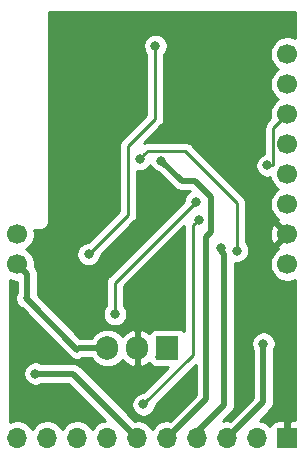
<source format=gbr>
G04 #@! TF.GenerationSoftware,KiCad,Pcbnew,5.1.5+dfsg1-2build2*
G04 #@! TF.CreationDate,2020-10-04T22:15:50+02:00*
G04 #@! TF.ProjectId,transistor_board,7472616e-7369-4737-946f-725f626f6172,rev?*
G04 #@! TF.SameCoordinates,Original*
G04 #@! TF.FileFunction,Copper,L1,Top*
G04 #@! TF.FilePolarity,Positive*
%FSLAX46Y46*%
G04 Gerber Fmt 4.6, Leading zero omitted, Abs format (unit mm)*
G04 Created by KiCad (PCBNEW 5.1.5+dfsg1-2build2) date 2020-10-04 22:15:50*
%MOMM*%
%LPD*%
G04 APERTURE LIST*
%ADD10C,1.700000*%
%ADD11O,1.905000X2.000000*%
%ADD12R,1.905000X2.000000*%
%ADD13O,1.700000X1.700000*%
%ADD14R,1.700000X1.700000*%
%ADD15C,0.800000*%
%ADD16C,0.500000*%
%ADD17C,0.250000*%
%ADD18C,0.254000*%
G04 APERTURE END LIST*
D10*
X114300000Y-119253000D03*
X114300000Y-116713000D03*
X137160000Y-101473000D03*
X137160000Y-104013000D03*
X137160000Y-106553000D03*
X137160000Y-109093000D03*
X137160000Y-111633000D03*
X137160000Y-114173000D03*
X137160000Y-116713000D03*
X137160000Y-119253000D03*
D11*
X121920000Y-126365000D03*
X124460000Y-126365000D03*
D12*
X127000000Y-126365000D03*
D13*
X114300000Y-133985000D03*
X116840000Y-133985000D03*
X119380000Y-133985000D03*
X121920000Y-133985000D03*
X124460000Y-133985000D03*
X127000000Y-133985000D03*
X129540000Y-133985000D03*
X132080000Y-133985000D03*
X134620000Y-133985000D03*
D14*
X137160000Y-133985000D03*
D15*
X122110500Y-103632000D03*
X118110000Y-103568500D03*
X122110500Y-98996500D03*
X118110000Y-98996500D03*
X133858000Y-103632000D03*
X130111500Y-103632000D03*
X133794500Y-99060000D03*
X130111500Y-99060000D03*
X134175500Y-114109500D03*
X121475500Y-113157000D03*
X120269000Y-115824000D03*
X130937000Y-109855000D03*
X135763002Y-121856500D03*
X116586000Y-121602500D03*
X116014500Y-125349000D03*
X133159500Y-131000500D03*
X128206500Y-130619500D03*
X121412000Y-128714500D03*
X135128000Y-125984000D03*
X115824000Y-128524000D03*
X126492000Y-110490000D03*
X131572000Y-117856000D03*
X132905500Y-118110000D03*
X124650500Y-110363004D03*
X135476999Y-110903001D03*
X120332500Y-118427500D03*
X125984000Y-100774500D03*
X129413000Y-113982500D03*
X122555000Y-123507500D03*
X124984001Y-131143501D03*
X129667000Y-115506500D03*
D16*
X137160000Y-117094000D02*
X137160000Y-116713000D01*
D17*
X136779000Y-116713000D02*
X137160000Y-116713000D01*
D16*
X121475500Y-113157000D02*
X121475500Y-114617500D01*
X121475500Y-114617500D02*
X120668999Y-115424001D01*
X120668999Y-115424001D02*
X120269000Y-115824000D01*
X137160000Y-123253498D02*
X136163001Y-122256499D01*
X137160000Y-133985000D02*
X137160000Y-123253498D01*
X136163001Y-122256499D02*
X135763002Y-121856500D01*
X135763002Y-121290815D02*
X135763002Y-121856500D01*
X135509000Y-121036813D02*
X135763002Y-121290815D01*
X135509000Y-118364000D02*
X135509000Y-121036813D01*
X137160000Y-116713000D02*
X135509000Y-118364000D01*
D17*
X135128000Y-125984000D02*
X135128000Y-125984000D01*
D16*
X135128000Y-130937000D02*
X132080000Y-133985000D01*
X135128000Y-125984000D02*
X135128000Y-130937000D01*
X118999000Y-128524000D02*
X115824000Y-128524000D01*
X124460000Y-133985000D02*
X118999000Y-128524000D01*
X119507000Y-126365000D02*
X121920000Y-126365000D01*
D17*
X115149999Y-122149501D02*
X115125500Y-122174000D01*
D16*
X115149999Y-120102999D02*
X115149999Y-122149501D01*
X114300000Y-119253000D02*
X115149999Y-120102999D01*
X115125500Y-122174000D02*
X119327000Y-126492000D01*
X115000000Y-122165000D02*
X115125500Y-122174000D01*
X127000000Y-126365000D02*
X126238000Y-127127000D01*
X114300000Y-133985000D02*
X113850000Y-133535000D01*
D17*
X126492000Y-110490000D02*
X126492000Y-110490000D01*
X126492000Y-110490000D02*
X126492000Y-110490000D01*
D16*
X130302000Y-116967000D02*
X130302000Y-130683000D01*
X130721999Y-116547001D02*
X130302000Y-116967000D01*
X130302000Y-130683000D02*
X127000000Y-133985000D01*
X130721999Y-113562501D02*
X130721999Y-116547001D01*
X129363998Y-112204500D02*
X130721999Y-113562501D01*
X128206500Y-112204500D02*
X129363998Y-112204500D01*
X126492000Y-110490000D02*
X128206500Y-112204500D01*
D17*
X131572000Y-118110000D02*
X131572000Y-117856000D01*
X131572000Y-117856000D02*
X131572000Y-117856000D01*
D16*
X129540000Y-133477000D02*
X129540000Y-133985000D01*
X131826000Y-131191000D02*
X129540000Y-133477000D01*
X131826000Y-118364000D02*
X131826000Y-131191000D01*
X131572000Y-118110000D02*
X131826000Y-118364000D01*
D17*
X132905500Y-118110000D02*
X132905500Y-118110000D01*
X125050499Y-109963005D02*
X124650500Y-110363004D01*
X132905500Y-118110000D02*
X132905500Y-114057478D01*
X125341494Y-109672010D02*
X125050499Y-109963005D01*
X132905500Y-114057478D02*
X128520032Y-109672010D01*
X128520032Y-109672010D02*
X125341494Y-109672010D01*
X136310001Y-107402999D02*
X137160000Y-106553000D01*
X135984999Y-107728001D02*
X136310001Y-107402999D01*
X135984999Y-110903001D02*
X135476999Y-110903001D01*
X135984999Y-110903001D02*
X135984999Y-107728001D01*
X135476999Y-110903001D02*
X135476999Y-110903001D01*
X120332500Y-118427500D02*
X120332500Y-118427500D01*
X125984000Y-106934000D02*
X125984000Y-100774500D01*
X123698000Y-109220000D02*
X125984000Y-106934000D01*
X123698000Y-115062000D02*
X123698000Y-109220000D01*
X120332500Y-118427500D02*
X123698000Y-115062000D01*
X122555000Y-120840500D02*
X122555000Y-123507500D01*
X129413000Y-113982500D02*
X122555000Y-120840500D01*
X129203501Y-115969999D02*
X129267001Y-115906499D01*
X129203501Y-126924001D02*
X129203501Y-115969999D01*
X124984001Y-131143501D02*
X129203501Y-126924001D01*
X129267001Y-115906499D02*
X129667000Y-115506500D01*
D18*
G36*
X137770000Y-100118318D02*
G01*
X137593158Y-100045068D01*
X137306260Y-99988000D01*
X137013740Y-99988000D01*
X136726842Y-100045068D01*
X136456589Y-100157010D01*
X136213368Y-100319525D01*
X136006525Y-100526368D01*
X135844010Y-100769589D01*
X135732068Y-101039842D01*
X135675000Y-101326740D01*
X135675000Y-101619260D01*
X135732068Y-101906158D01*
X135844010Y-102176411D01*
X136006525Y-102419632D01*
X136213368Y-102626475D01*
X136387760Y-102743000D01*
X136213368Y-102859525D01*
X136006525Y-103066368D01*
X135844010Y-103309589D01*
X135732068Y-103579842D01*
X135675000Y-103866740D01*
X135675000Y-104159260D01*
X135732068Y-104446158D01*
X135844010Y-104716411D01*
X136006525Y-104959632D01*
X136213368Y-105166475D01*
X136387760Y-105283000D01*
X136213368Y-105399525D01*
X136006525Y-105606368D01*
X135844010Y-105849589D01*
X135732068Y-106119842D01*
X135675000Y-106406740D01*
X135675000Y-106699260D01*
X135718791Y-106919408D01*
X135473997Y-107164202D01*
X135444999Y-107188000D01*
X135421201Y-107216998D01*
X135421200Y-107216999D01*
X135350025Y-107303725D01*
X135279453Y-107435755D01*
X135235997Y-107579016D01*
X135221323Y-107728001D01*
X135225000Y-107765333D01*
X135224999Y-109897850D01*
X135175101Y-109907775D01*
X134986743Y-109985796D01*
X134817225Y-110099064D01*
X134673062Y-110243227D01*
X134559794Y-110412745D01*
X134481773Y-110601103D01*
X134441999Y-110801062D01*
X134441999Y-111004940D01*
X134481773Y-111204899D01*
X134559794Y-111393257D01*
X134673062Y-111562775D01*
X134817225Y-111706938D01*
X134986743Y-111820206D01*
X135175101Y-111898227D01*
X135375060Y-111938001D01*
X135578938Y-111938001D01*
X135701718Y-111913579D01*
X135732068Y-112066158D01*
X135844010Y-112336411D01*
X136006525Y-112579632D01*
X136213368Y-112786475D01*
X136387760Y-112903000D01*
X136213368Y-113019525D01*
X136006525Y-113226368D01*
X135844010Y-113469589D01*
X135732068Y-113739842D01*
X135675000Y-114026740D01*
X135675000Y-114319260D01*
X135732068Y-114606158D01*
X135844010Y-114876411D01*
X136006525Y-115119632D01*
X136213368Y-115326475D01*
X136386729Y-115442311D01*
X136311208Y-115684603D01*
X137160000Y-116533395D01*
X137174143Y-116519253D01*
X137353748Y-116698858D01*
X137339605Y-116713000D01*
X137353748Y-116727143D01*
X137174143Y-116906748D01*
X137160000Y-116892605D01*
X136311208Y-117741397D01*
X136386729Y-117983689D01*
X136213368Y-118099525D01*
X136006525Y-118306368D01*
X135844010Y-118549589D01*
X135732068Y-118819842D01*
X135675000Y-119106740D01*
X135675000Y-119399260D01*
X135732068Y-119686158D01*
X135844010Y-119956411D01*
X136006525Y-120199632D01*
X136213368Y-120406475D01*
X136456589Y-120568990D01*
X136726842Y-120680932D01*
X137013740Y-120738000D01*
X137306260Y-120738000D01*
X137593158Y-120680932D01*
X137770001Y-120607682D01*
X137770001Y-132498235D01*
X137445750Y-132500000D01*
X137287000Y-132658750D01*
X137287000Y-133858000D01*
X137307000Y-133858000D01*
X137307000Y-134112000D01*
X137287000Y-134112000D01*
X137287000Y-134132000D01*
X137033000Y-134132000D01*
X137033000Y-134112000D01*
X137013000Y-134112000D01*
X137013000Y-133858000D01*
X137033000Y-133858000D01*
X137033000Y-132658750D01*
X136874250Y-132500000D01*
X136310000Y-132496928D01*
X136185518Y-132509188D01*
X136065820Y-132545498D01*
X135955506Y-132604463D01*
X135858815Y-132683815D01*
X135779463Y-132780506D01*
X135720498Y-132890820D01*
X135698487Y-132963380D01*
X135566632Y-132831525D01*
X135323411Y-132669010D01*
X135053158Y-132557068D01*
X134808230Y-132508348D01*
X135723049Y-131593530D01*
X135756817Y-131565817D01*
X135785134Y-131531314D01*
X135855642Y-131445399D01*
X135867411Y-131431059D01*
X135949589Y-131277313D01*
X136000195Y-131110490D01*
X136013000Y-130980477D01*
X136013000Y-130980469D01*
X136017281Y-130937000D01*
X136013000Y-130893531D01*
X136013000Y-126522454D01*
X136045205Y-126474256D01*
X136123226Y-126285898D01*
X136163000Y-126085939D01*
X136163000Y-125882061D01*
X136123226Y-125682102D01*
X136045205Y-125493744D01*
X135931937Y-125324226D01*
X135787774Y-125180063D01*
X135618256Y-125066795D01*
X135429898Y-124988774D01*
X135229939Y-124949000D01*
X135026061Y-124949000D01*
X134826102Y-124988774D01*
X134637744Y-125066795D01*
X134468226Y-125180063D01*
X134324063Y-125324226D01*
X134210795Y-125493744D01*
X134132774Y-125682102D01*
X134093000Y-125882061D01*
X134093000Y-126085939D01*
X134132774Y-126285898D01*
X134210795Y-126474256D01*
X134243000Y-126522454D01*
X134243001Y-130570420D01*
X132298961Y-132514461D01*
X132226260Y-132500000D01*
X131933740Y-132500000D01*
X131727568Y-132541010D01*
X132421049Y-131847530D01*
X132454817Y-131819817D01*
X132565411Y-131685059D01*
X132647589Y-131531313D01*
X132698195Y-131364490D01*
X132711000Y-131234477D01*
X132711000Y-131234467D01*
X132715281Y-131191001D01*
X132711000Y-131147535D01*
X132711000Y-119126589D01*
X132803561Y-119145000D01*
X133007439Y-119145000D01*
X133207398Y-119105226D01*
X133395756Y-119027205D01*
X133565274Y-118913937D01*
X133709437Y-118769774D01*
X133822705Y-118600256D01*
X133900726Y-118411898D01*
X133940500Y-118211939D01*
X133940500Y-118008061D01*
X133900726Y-117808102D01*
X133822705Y-117619744D01*
X133709437Y-117450226D01*
X133665500Y-117406289D01*
X133665500Y-116781531D01*
X135669389Y-116781531D01*
X135711401Y-117071019D01*
X135809081Y-117346747D01*
X135882528Y-117484157D01*
X136131603Y-117561792D01*
X136980395Y-116713000D01*
X136131603Y-115864208D01*
X135882528Y-115941843D01*
X135756629Y-116205883D01*
X135684661Y-116489411D01*
X135669389Y-116781531D01*
X133665500Y-116781531D01*
X133665500Y-114094800D01*
X133669176Y-114057477D01*
X133665500Y-114020154D01*
X133665500Y-114020145D01*
X133654503Y-113908492D01*
X133611046Y-113765231D01*
X133540474Y-113633202D01*
X133445501Y-113517477D01*
X133416503Y-113493679D01*
X129083836Y-109161013D01*
X129060033Y-109132009D01*
X128944308Y-109037036D01*
X128812279Y-108966464D01*
X128669018Y-108923007D01*
X128557365Y-108912010D01*
X128557354Y-108912010D01*
X128520032Y-108908334D01*
X128482710Y-108912010D01*
X125378816Y-108912010D01*
X125341493Y-108908334D01*
X125304170Y-108912010D01*
X125304161Y-108912010D01*
X125192508Y-108923007D01*
X125049247Y-108966464D01*
X125000030Y-108992772D01*
X126495004Y-107497798D01*
X126524001Y-107474001D01*
X126618974Y-107358276D01*
X126689546Y-107226247D01*
X126733003Y-107082986D01*
X126744000Y-106971333D01*
X126744000Y-106971324D01*
X126747676Y-106934001D01*
X126744000Y-106896678D01*
X126744000Y-101478211D01*
X126787937Y-101434274D01*
X126901205Y-101264756D01*
X126979226Y-101076398D01*
X127019000Y-100876439D01*
X127019000Y-100672561D01*
X126979226Y-100472602D01*
X126901205Y-100284244D01*
X126787937Y-100114726D01*
X126643774Y-99970563D01*
X126474256Y-99857295D01*
X126285898Y-99779274D01*
X126085939Y-99739500D01*
X125882061Y-99739500D01*
X125682102Y-99779274D01*
X125493744Y-99857295D01*
X125324226Y-99970563D01*
X125180063Y-100114726D01*
X125066795Y-100284244D01*
X124988774Y-100472602D01*
X124949000Y-100672561D01*
X124949000Y-100876439D01*
X124988774Y-101076398D01*
X125066795Y-101264756D01*
X125180063Y-101434274D01*
X125224001Y-101478212D01*
X125224000Y-106619198D01*
X123186998Y-108656201D01*
X123158000Y-108679999D01*
X123134202Y-108708997D01*
X123134201Y-108708998D01*
X123063026Y-108795724D01*
X122992454Y-108927754D01*
X122986695Y-108946740D01*
X122948998Y-109071014D01*
X122938001Y-109182667D01*
X122934324Y-109220000D01*
X122938001Y-109257332D01*
X122938000Y-114747198D01*
X120292699Y-117392500D01*
X120230561Y-117392500D01*
X120030602Y-117432274D01*
X119842244Y-117510295D01*
X119672726Y-117623563D01*
X119528563Y-117767726D01*
X119415295Y-117937244D01*
X119337274Y-118125602D01*
X119297500Y-118325561D01*
X119297500Y-118529439D01*
X119337274Y-118729398D01*
X119415295Y-118917756D01*
X119528563Y-119087274D01*
X119672726Y-119231437D01*
X119842244Y-119344705D01*
X120030602Y-119422726D01*
X120230561Y-119462500D01*
X120434439Y-119462500D01*
X120634398Y-119422726D01*
X120822756Y-119344705D01*
X120992274Y-119231437D01*
X121136437Y-119087274D01*
X121249705Y-118917756D01*
X121327726Y-118729398D01*
X121367500Y-118529439D01*
X121367500Y-118467301D01*
X124209004Y-115625798D01*
X124238001Y-115602001D01*
X124332974Y-115486276D01*
X124403546Y-115354247D01*
X124447003Y-115210986D01*
X124458000Y-115099333D01*
X124458000Y-115099325D01*
X124461676Y-115062000D01*
X124458000Y-115024675D01*
X124458000Y-111379990D01*
X124548561Y-111398004D01*
X124752439Y-111398004D01*
X124952398Y-111358230D01*
X125140756Y-111280209D01*
X125310274Y-111166941D01*
X125454437Y-111022778D01*
X125539609Y-110895309D01*
X125574795Y-110980256D01*
X125688063Y-111149774D01*
X125832226Y-111293937D01*
X126001744Y-111407205D01*
X126190102Y-111485226D01*
X126246957Y-111496535D01*
X127549970Y-112799549D01*
X127577683Y-112833317D01*
X127611451Y-112861030D01*
X127611453Y-112861032D01*
X127682952Y-112919710D01*
X127712441Y-112943911D01*
X127866187Y-113026089D01*
X128033010Y-113076695D01*
X128163023Y-113089500D01*
X128163033Y-113089500D01*
X128206499Y-113093781D01*
X128249965Y-113089500D01*
X128886519Y-113089500D01*
X128753226Y-113178563D01*
X128609063Y-113322726D01*
X128495795Y-113492244D01*
X128417774Y-113680602D01*
X128378000Y-113880561D01*
X128378000Y-113942698D01*
X122044003Y-120276696D01*
X122014999Y-120300499D01*
X121959871Y-120367674D01*
X121920026Y-120416224D01*
X121905547Y-120443312D01*
X121849454Y-120548254D01*
X121805997Y-120691515D01*
X121795000Y-120803168D01*
X121795000Y-120803178D01*
X121791324Y-120840500D01*
X121795000Y-120877823D01*
X121795001Y-122803788D01*
X121751063Y-122847726D01*
X121637795Y-123017244D01*
X121559774Y-123205602D01*
X121520000Y-123405561D01*
X121520000Y-123609439D01*
X121559774Y-123809398D01*
X121637795Y-123997756D01*
X121751063Y-124167274D01*
X121895226Y-124311437D01*
X122064744Y-124424705D01*
X122253102Y-124502726D01*
X122453061Y-124542500D01*
X122656939Y-124542500D01*
X122856898Y-124502726D01*
X123045256Y-124424705D01*
X123214774Y-124311437D01*
X123358937Y-124167274D01*
X123472205Y-123997756D01*
X123550226Y-123809398D01*
X123590000Y-123609439D01*
X123590000Y-123405561D01*
X123550226Y-123205602D01*
X123472205Y-123017244D01*
X123358937Y-122847726D01*
X123315000Y-122803789D01*
X123315000Y-121155301D01*
X128443502Y-116026800D01*
X128443501Y-124962331D01*
X128403685Y-124913815D01*
X128306994Y-124834463D01*
X128196680Y-124775498D01*
X128076982Y-124739188D01*
X127952500Y-124726928D01*
X126047500Y-124726928D01*
X125923018Y-124739188D01*
X125803320Y-124775498D01*
X125693006Y-124834463D01*
X125596315Y-124913815D01*
X125516963Y-125010506D01*
X125467941Y-125102219D01*
X125326923Y-124989031D01*
X125051094Y-124845429D01*
X124832980Y-124774437D01*
X124587000Y-124894406D01*
X124587000Y-126238000D01*
X124607000Y-126238000D01*
X124607000Y-126492000D01*
X124587000Y-126492000D01*
X124587000Y-127835594D01*
X124832980Y-127955563D01*
X125051094Y-127884571D01*
X125326923Y-127740969D01*
X125467941Y-127627781D01*
X125516963Y-127719494D01*
X125596315Y-127816185D01*
X125693006Y-127895537D01*
X125803320Y-127954502D01*
X125923018Y-127990812D01*
X126047500Y-128003072D01*
X126103877Y-128003072D01*
X126238000Y-128016281D01*
X126372123Y-128003072D01*
X127049628Y-128003072D01*
X124944200Y-130108501D01*
X124882062Y-130108501D01*
X124682103Y-130148275D01*
X124493745Y-130226296D01*
X124324227Y-130339564D01*
X124180064Y-130483727D01*
X124066796Y-130653245D01*
X123988775Y-130841603D01*
X123949001Y-131041562D01*
X123949001Y-131245440D01*
X123988775Y-131445399D01*
X124066796Y-131633757D01*
X124180064Y-131803275D01*
X124324227Y-131947438D01*
X124493745Y-132060706D01*
X124682103Y-132138727D01*
X124882062Y-132178501D01*
X125085940Y-132178501D01*
X125285899Y-132138727D01*
X125474257Y-132060706D01*
X125643775Y-131947438D01*
X125787938Y-131803275D01*
X125901206Y-131633757D01*
X125979227Y-131445399D01*
X126019001Y-131245440D01*
X126019001Y-131183302D01*
X129417001Y-127785303D01*
X129417001Y-130316420D01*
X127218961Y-132514461D01*
X127146260Y-132500000D01*
X126853740Y-132500000D01*
X126566842Y-132557068D01*
X126296589Y-132669010D01*
X126053368Y-132831525D01*
X125846525Y-133038368D01*
X125730000Y-133212760D01*
X125613475Y-133038368D01*
X125406632Y-132831525D01*
X125163411Y-132669010D01*
X124893158Y-132557068D01*
X124606260Y-132500000D01*
X124313740Y-132500000D01*
X124241040Y-132514461D01*
X119655534Y-127928956D01*
X119627817Y-127895183D01*
X119493059Y-127784589D01*
X119339313Y-127702411D01*
X119172490Y-127651805D01*
X119042477Y-127639000D01*
X119042469Y-127639000D01*
X118999000Y-127634719D01*
X118955531Y-127639000D01*
X116362454Y-127639000D01*
X116314256Y-127606795D01*
X116125898Y-127528774D01*
X115925939Y-127489000D01*
X115722061Y-127489000D01*
X115522102Y-127528774D01*
X115333744Y-127606795D01*
X115164226Y-127720063D01*
X115020063Y-127864226D01*
X114906795Y-128033744D01*
X114828774Y-128222102D01*
X114789000Y-128422061D01*
X114789000Y-128625939D01*
X114828774Y-128825898D01*
X114906795Y-129014256D01*
X115020063Y-129183774D01*
X115164226Y-129327937D01*
X115333744Y-129441205D01*
X115522102Y-129519226D01*
X115722061Y-129559000D01*
X115925939Y-129559000D01*
X116125898Y-129519226D01*
X116314256Y-129441205D01*
X116362454Y-129409000D01*
X118632422Y-129409000D01*
X121731770Y-132508348D01*
X121486842Y-132557068D01*
X121216589Y-132669010D01*
X120973368Y-132831525D01*
X120766525Y-133038368D01*
X120650000Y-133212760D01*
X120533475Y-133038368D01*
X120326632Y-132831525D01*
X120083411Y-132669010D01*
X119813158Y-132557068D01*
X119526260Y-132500000D01*
X119233740Y-132500000D01*
X118946842Y-132557068D01*
X118676589Y-132669010D01*
X118433368Y-132831525D01*
X118226525Y-133038368D01*
X118110000Y-133212760D01*
X117993475Y-133038368D01*
X117786632Y-132831525D01*
X117543411Y-132669010D01*
X117273158Y-132557068D01*
X116986260Y-132500000D01*
X116693740Y-132500000D01*
X116406842Y-132557068D01*
X116136589Y-132669010D01*
X115893368Y-132831525D01*
X115686525Y-133038368D01*
X115570000Y-133212760D01*
X115453475Y-133038368D01*
X115246632Y-132831525D01*
X115003411Y-132669010D01*
X114733158Y-132557068D01*
X114446260Y-132500000D01*
X114153740Y-132500000D01*
X113866842Y-132557068D01*
X113690000Y-132630318D01*
X113690000Y-120607682D01*
X113866842Y-120680932D01*
X114153740Y-120738000D01*
X114264999Y-120738000D01*
X114265000Y-121671386D01*
X114204858Y-121766791D01*
X114142449Y-121929567D01*
X114112996Y-122101391D01*
X114117630Y-122275657D01*
X114156174Y-122445673D01*
X114227144Y-122604903D01*
X114327815Y-122747227D01*
X114454317Y-122867177D01*
X114601791Y-122960142D01*
X114687653Y-122993062D01*
X118723031Y-127140334D01*
X118822876Y-127224586D01*
X118975484Y-127308858D01*
X119141600Y-127361740D01*
X119314840Y-127381198D01*
X119488547Y-127366485D01*
X119656047Y-127318164D01*
X119787879Y-127250000D01*
X120567606Y-127250000D01*
X120593655Y-127298734D01*
X120792037Y-127540463D01*
X121033765Y-127738845D01*
X121309551Y-127886255D01*
X121608796Y-127977030D01*
X121920000Y-128007681D01*
X122231203Y-127977030D01*
X122530448Y-127886255D01*
X122806234Y-127738845D01*
X123047963Y-127540463D01*
X123195163Y-127361101D01*
X123350563Y-127546315D01*
X123593077Y-127740969D01*
X123868906Y-127884571D01*
X124087020Y-127955563D01*
X124333000Y-127835594D01*
X124333000Y-126492000D01*
X124313000Y-126492000D01*
X124313000Y-126238000D01*
X124333000Y-126238000D01*
X124333000Y-124894406D01*
X124087020Y-124774437D01*
X123868906Y-124845429D01*
X123593077Y-124989031D01*
X123350563Y-125183685D01*
X123195162Y-125368900D01*
X123047963Y-125189537D01*
X122806235Y-124991155D01*
X122530449Y-124843745D01*
X122231204Y-124752970D01*
X121920000Y-124722319D01*
X121608797Y-124752970D01*
X121309552Y-124843745D01*
X121033766Y-124991155D01*
X120792037Y-125189537D01*
X120593655Y-125431265D01*
X120567606Y-125480000D01*
X119577114Y-125480000D01*
X116034999Y-121839670D01*
X116034999Y-120146464D01*
X116039280Y-120102998D01*
X116034999Y-120059532D01*
X116034999Y-120059522D01*
X116022194Y-119929509D01*
X115971588Y-119762686D01*
X115889410Y-119608940D01*
X115778816Y-119474182D01*
X115771321Y-119468031D01*
X115785000Y-119399260D01*
X115785000Y-119106740D01*
X115727932Y-118819842D01*
X115615990Y-118549589D01*
X115453475Y-118306368D01*
X115246632Y-118099525D01*
X115072240Y-117983000D01*
X115246632Y-117866475D01*
X115453475Y-117659632D01*
X115615990Y-117416411D01*
X115727932Y-117146158D01*
X115785000Y-116859260D01*
X115785000Y-116566740D01*
X115743877Y-116360000D01*
X116267581Y-116360000D01*
X116300000Y-116363193D01*
X116332419Y-116360000D01*
X116429383Y-116350450D01*
X116553793Y-116312710D01*
X116668450Y-116251425D01*
X116768948Y-116168948D01*
X116851425Y-116068450D01*
X116912710Y-115953793D01*
X116950450Y-115829383D01*
X116963193Y-115700000D01*
X116960000Y-115667581D01*
X116960000Y-97942000D01*
X137770000Y-97942000D01*
X137770000Y-100118318D01*
G37*
X137770000Y-100118318D02*
X137593158Y-100045068D01*
X137306260Y-99988000D01*
X137013740Y-99988000D01*
X136726842Y-100045068D01*
X136456589Y-100157010D01*
X136213368Y-100319525D01*
X136006525Y-100526368D01*
X135844010Y-100769589D01*
X135732068Y-101039842D01*
X135675000Y-101326740D01*
X135675000Y-101619260D01*
X135732068Y-101906158D01*
X135844010Y-102176411D01*
X136006525Y-102419632D01*
X136213368Y-102626475D01*
X136387760Y-102743000D01*
X136213368Y-102859525D01*
X136006525Y-103066368D01*
X135844010Y-103309589D01*
X135732068Y-103579842D01*
X135675000Y-103866740D01*
X135675000Y-104159260D01*
X135732068Y-104446158D01*
X135844010Y-104716411D01*
X136006525Y-104959632D01*
X136213368Y-105166475D01*
X136387760Y-105283000D01*
X136213368Y-105399525D01*
X136006525Y-105606368D01*
X135844010Y-105849589D01*
X135732068Y-106119842D01*
X135675000Y-106406740D01*
X135675000Y-106699260D01*
X135718791Y-106919408D01*
X135473997Y-107164202D01*
X135444999Y-107188000D01*
X135421201Y-107216998D01*
X135421200Y-107216999D01*
X135350025Y-107303725D01*
X135279453Y-107435755D01*
X135235997Y-107579016D01*
X135221323Y-107728001D01*
X135225000Y-107765333D01*
X135224999Y-109897850D01*
X135175101Y-109907775D01*
X134986743Y-109985796D01*
X134817225Y-110099064D01*
X134673062Y-110243227D01*
X134559794Y-110412745D01*
X134481773Y-110601103D01*
X134441999Y-110801062D01*
X134441999Y-111004940D01*
X134481773Y-111204899D01*
X134559794Y-111393257D01*
X134673062Y-111562775D01*
X134817225Y-111706938D01*
X134986743Y-111820206D01*
X135175101Y-111898227D01*
X135375060Y-111938001D01*
X135578938Y-111938001D01*
X135701718Y-111913579D01*
X135732068Y-112066158D01*
X135844010Y-112336411D01*
X136006525Y-112579632D01*
X136213368Y-112786475D01*
X136387760Y-112903000D01*
X136213368Y-113019525D01*
X136006525Y-113226368D01*
X135844010Y-113469589D01*
X135732068Y-113739842D01*
X135675000Y-114026740D01*
X135675000Y-114319260D01*
X135732068Y-114606158D01*
X135844010Y-114876411D01*
X136006525Y-115119632D01*
X136213368Y-115326475D01*
X136386729Y-115442311D01*
X136311208Y-115684603D01*
X137160000Y-116533395D01*
X137174143Y-116519253D01*
X137353748Y-116698858D01*
X137339605Y-116713000D01*
X137353748Y-116727143D01*
X137174143Y-116906748D01*
X137160000Y-116892605D01*
X136311208Y-117741397D01*
X136386729Y-117983689D01*
X136213368Y-118099525D01*
X136006525Y-118306368D01*
X135844010Y-118549589D01*
X135732068Y-118819842D01*
X135675000Y-119106740D01*
X135675000Y-119399260D01*
X135732068Y-119686158D01*
X135844010Y-119956411D01*
X136006525Y-120199632D01*
X136213368Y-120406475D01*
X136456589Y-120568990D01*
X136726842Y-120680932D01*
X137013740Y-120738000D01*
X137306260Y-120738000D01*
X137593158Y-120680932D01*
X137770001Y-120607682D01*
X137770001Y-132498235D01*
X137445750Y-132500000D01*
X137287000Y-132658750D01*
X137287000Y-133858000D01*
X137307000Y-133858000D01*
X137307000Y-134112000D01*
X137287000Y-134112000D01*
X137287000Y-134132000D01*
X137033000Y-134132000D01*
X137033000Y-134112000D01*
X137013000Y-134112000D01*
X137013000Y-133858000D01*
X137033000Y-133858000D01*
X137033000Y-132658750D01*
X136874250Y-132500000D01*
X136310000Y-132496928D01*
X136185518Y-132509188D01*
X136065820Y-132545498D01*
X135955506Y-132604463D01*
X135858815Y-132683815D01*
X135779463Y-132780506D01*
X135720498Y-132890820D01*
X135698487Y-132963380D01*
X135566632Y-132831525D01*
X135323411Y-132669010D01*
X135053158Y-132557068D01*
X134808230Y-132508348D01*
X135723049Y-131593530D01*
X135756817Y-131565817D01*
X135785134Y-131531314D01*
X135855642Y-131445399D01*
X135867411Y-131431059D01*
X135949589Y-131277313D01*
X136000195Y-131110490D01*
X136013000Y-130980477D01*
X136013000Y-130980469D01*
X136017281Y-130937000D01*
X136013000Y-130893531D01*
X136013000Y-126522454D01*
X136045205Y-126474256D01*
X136123226Y-126285898D01*
X136163000Y-126085939D01*
X136163000Y-125882061D01*
X136123226Y-125682102D01*
X136045205Y-125493744D01*
X135931937Y-125324226D01*
X135787774Y-125180063D01*
X135618256Y-125066795D01*
X135429898Y-124988774D01*
X135229939Y-124949000D01*
X135026061Y-124949000D01*
X134826102Y-124988774D01*
X134637744Y-125066795D01*
X134468226Y-125180063D01*
X134324063Y-125324226D01*
X134210795Y-125493744D01*
X134132774Y-125682102D01*
X134093000Y-125882061D01*
X134093000Y-126085939D01*
X134132774Y-126285898D01*
X134210795Y-126474256D01*
X134243000Y-126522454D01*
X134243001Y-130570420D01*
X132298961Y-132514461D01*
X132226260Y-132500000D01*
X131933740Y-132500000D01*
X131727568Y-132541010D01*
X132421049Y-131847530D01*
X132454817Y-131819817D01*
X132565411Y-131685059D01*
X132647589Y-131531313D01*
X132698195Y-131364490D01*
X132711000Y-131234477D01*
X132711000Y-131234467D01*
X132715281Y-131191001D01*
X132711000Y-131147535D01*
X132711000Y-119126589D01*
X132803561Y-119145000D01*
X133007439Y-119145000D01*
X133207398Y-119105226D01*
X133395756Y-119027205D01*
X133565274Y-118913937D01*
X133709437Y-118769774D01*
X133822705Y-118600256D01*
X133900726Y-118411898D01*
X133940500Y-118211939D01*
X133940500Y-118008061D01*
X133900726Y-117808102D01*
X133822705Y-117619744D01*
X133709437Y-117450226D01*
X133665500Y-117406289D01*
X133665500Y-116781531D01*
X135669389Y-116781531D01*
X135711401Y-117071019D01*
X135809081Y-117346747D01*
X135882528Y-117484157D01*
X136131603Y-117561792D01*
X136980395Y-116713000D01*
X136131603Y-115864208D01*
X135882528Y-115941843D01*
X135756629Y-116205883D01*
X135684661Y-116489411D01*
X135669389Y-116781531D01*
X133665500Y-116781531D01*
X133665500Y-114094800D01*
X133669176Y-114057477D01*
X133665500Y-114020154D01*
X133665500Y-114020145D01*
X133654503Y-113908492D01*
X133611046Y-113765231D01*
X133540474Y-113633202D01*
X133445501Y-113517477D01*
X133416503Y-113493679D01*
X129083836Y-109161013D01*
X129060033Y-109132009D01*
X128944308Y-109037036D01*
X128812279Y-108966464D01*
X128669018Y-108923007D01*
X128557365Y-108912010D01*
X128557354Y-108912010D01*
X128520032Y-108908334D01*
X128482710Y-108912010D01*
X125378816Y-108912010D01*
X125341493Y-108908334D01*
X125304170Y-108912010D01*
X125304161Y-108912010D01*
X125192508Y-108923007D01*
X125049247Y-108966464D01*
X125000030Y-108992772D01*
X126495004Y-107497798D01*
X126524001Y-107474001D01*
X126618974Y-107358276D01*
X126689546Y-107226247D01*
X126733003Y-107082986D01*
X126744000Y-106971333D01*
X126744000Y-106971324D01*
X126747676Y-106934001D01*
X126744000Y-106896678D01*
X126744000Y-101478211D01*
X126787937Y-101434274D01*
X126901205Y-101264756D01*
X126979226Y-101076398D01*
X127019000Y-100876439D01*
X127019000Y-100672561D01*
X126979226Y-100472602D01*
X126901205Y-100284244D01*
X126787937Y-100114726D01*
X126643774Y-99970563D01*
X126474256Y-99857295D01*
X126285898Y-99779274D01*
X126085939Y-99739500D01*
X125882061Y-99739500D01*
X125682102Y-99779274D01*
X125493744Y-99857295D01*
X125324226Y-99970563D01*
X125180063Y-100114726D01*
X125066795Y-100284244D01*
X124988774Y-100472602D01*
X124949000Y-100672561D01*
X124949000Y-100876439D01*
X124988774Y-101076398D01*
X125066795Y-101264756D01*
X125180063Y-101434274D01*
X125224001Y-101478212D01*
X125224000Y-106619198D01*
X123186998Y-108656201D01*
X123158000Y-108679999D01*
X123134202Y-108708997D01*
X123134201Y-108708998D01*
X123063026Y-108795724D01*
X122992454Y-108927754D01*
X122986695Y-108946740D01*
X122948998Y-109071014D01*
X122938001Y-109182667D01*
X122934324Y-109220000D01*
X122938001Y-109257332D01*
X122938000Y-114747198D01*
X120292699Y-117392500D01*
X120230561Y-117392500D01*
X120030602Y-117432274D01*
X119842244Y-117510295D01*
X119672726Y-117623563D01*
X119528563Y-117767726D01*
X119415295Y-117937244D01*
X119337274Y-118125602D01*
X119297500Y-118325561D01*
X119297500Y-118529439D01*
X119337274Y-118729398D01*
X119415295Y-118917756D01*
X119528563Y-119087274D01*
X119672726Y-119231437D01*
X119842244Y-119344705D01*
X120030602Y-119422726D01*
X120230561Y-119462500D01*
X120434439Y-119462500D01*
X120634398Y-119422726D01*
X120822756Y-119344705D01*
X120992274Y-119231437D01*
X121136437Y-119087274D01*
X121249705Y-118917756D01*
X121327726Y-118729398D01*
X121367500Y-118529439D01*
X121367500Y-118467301D01*
X124209004Y-115625798D01*
X124238001Y-115602001D01*
X124332974Y-115486276D01*
X124403546Y-115354247D01*
X124447003Y-115210986D01*
X124458000Y-115099333D01*
X124458000Y-115099325D01*
X124461676Y-115062000D01*
X124458000Y-115024675D01*
X124458000Y-111379990D01*
X124548561Y-111398004D01*
X124752439Y-111398004D01*
X124952398Y-111358230D01*
X125140756Y-111280209D01*
X125310274Y-111166941D01*
X125454437Y-111022778D01*
X125539609Y-110895309D01*
X125574795Y-110980256D01*
X125688063Y-111149774D01*
X125832226Y-111293937D01*
X126001744Y-111407205D01*
X126190102Y-111485226D01*
X126246957Y-111496535D01*
X127549970Y-112799549D01*
X127577683Y-112833317D01*
X127611451Y-112861030D01*
X127611453Y-112861032D01*
X127682952Y-112919710D01*
X127712441Y-112943911D01*
X127866187Y-113026089D01*
X128033010Y-113076695D01*
X128163023Y-113089500D01*
X128163033Y-113089500D01*
X128206499Y-113093781D01*
X128249965Y-113089500D01*
X128886519Y-113089500D01*
X128753226Y-113178563D01*
X128609063Y-113322726D01*
X128495795Y-113492244D01*
X128417774Y-113680602D01*
X128378000Y-113880561D01*
X128378000Y-113942698D01*
X122044003Y-120276696D01*
X122014999Y-120300499D01*
X121959871Y-120367674D01*
X121920026Y-120416224D01*
X121905547Y-120443312D01*
X121849454Y-120548254D01*
X121805997Y-120691515D01*
X121795000Y-120803168D01*
X121795000Y-120803178D01*
X121791324Y-120840500D01*
X121795000Y-120877823D01*
X121795001Y-122803788D01*
X121751063Y-122847726D01*
X121637795Y-123017244D01*
X121559774Y-123205602D01*
X121520000Y-123405561D01*
X121520000Y-123609439D01*
X121559774Y-123809398D01*
X121637795Y-123997756D01*
X121751063Y-124167274D01*
X121895226Y-124311437D01*
X122064744Y-124424705D01*
X122253102Y-124502726D01*
X122453061Y-124542500D01*
X122656939Y-124542500D01*
X122856898Y-124502726D01*
X123045256Y-124424705D01*
X123214774Y-124311437D01*
X123358937Y-124167274D01*
X123472205Y-123997756D01*
X123550226Y-123809398D01*
X123590000Y-123609439D01*
X123590000Y-123405561D01*
X123550226Y-123205602D01*
X123472205Y-123017244D01*
X123358937Y-122847726D01*
X123315000Y-122803789D01*
X123315000Y-121155301D01*
X128443502Y-116026800D01*
X128443501Y-124962331D01*
X128403685Y-124913815D01*
X128306994Y-124834463D01*
X128196680Y-124775498D01*
X128076982Y-124739188D01*
X127952500Y-124726928D01*
X126047500Y-124726928D01*
X125923018Y-124739188D01*
X125803320Y-124775498D01*
X125693006Y-124834463D01*
X125596315Y-124913815D01*
X125516963Y-125010506D01*
X125467941Y-125102219D01*
X125326923Y-124989031D01*
X125051094Y-124845429D01*
X124832980Y-124774437D01*
X124587000Y-124894406D01*
X124587000Y-126238000D01*
X124607000Y-126238000D01*
X124607000Y-126492000D01*
X124587000Y-126492000D01*
X124587000Y-127835594D01*
X124832980Y-127955563D01*
X125051094Y-127884571D01*
X125326923Y-127740969D01*
X125467941Y-127627781D01*
X125516963Y-127719494D01*
X125596315Y-127816185D01*
X125693006Y-127895537D01*
X125803320Y-127954502D01*
X125923018Y-127990812D01*
X126047500Y-128003072D01*
X126103877Y-128003072D01*
X126238000Y-128016281D01*
X126372123Y-128003072D01*
X127049628Y-128003072D01*
X124944200Y-130108501D01*
X124882062Y-130108501D01*
X124682103Y-130148275D01*
X124493745Y-130226296D01*
X124324227Y-130339564D01*
X124180064Y-130483727D01*
X124066796Y-130653245D01*
X123988775Y-130841603D01*
X123949001Y-131041562D01*
X123949001Y-131245440D01*
X123988775Y-131445399D01*
X124066796Y-131633757D01*
X124180064Y-131803275D01*
X124324227Y-131947438D01*
X124493745Y-132060706D01*
X124682103Y-132138727D01*
X124882062Y-132178501D01*
X125085940Y-132178501D01*
X125285899Y-132138727D01*
X125474257Y-132060706D01*
X125643775Y-131947438D01*
X125787938Y-131803275D01*
X125901206Y-131633757D01*
X125979227Y-131445399D01*
X126019001Y-131245440D01*
X126019001Y-131183302D01*
X129417001Y-127785303D01*
X129417001Y-130316420D01*
X127218961Y-132514461D01*
X127146260Y-132500000D01*
X126853740Y-132500000D01*
X126566842Y-132557068D01*
X126296589Y-132669010D01*
X126053368Y-132831525D01*
X125846525Y-133038368D01*
X125730000Y-133212760D01*
X125613475Y-133038368D01*
X125406632Y-132831525D01*
X125163411Y-132669010D01*
X124893158Y-132557068D01*
X124606260Y-132500000D01*
X124313740Y-132500000D01*
X124241040Y-132514461D01*
X119655534Y-127928956D01*
X119627817Y-127895183D01*
X119493059Y-127784589D01*
X119339313Y-127702411D01*
X119172490Y-127651805D01*
X119042477Y-127639000D01*
X119042469Y-127639000D01*
X118999000Y-127634719D01*
X118955531Y-127639000D01*
X116362454Y-127639000D01*
X116314256Y-127606795D01*
X116125898Y-127528774D01*
X115925939Y-127489000D01*
X115722061Y-127489000D01*
X115522102Y-127528774D01*
X115333744Y-127606795D01*
X115164226Y-127720063D01*
X115020063Y-127864226D01*
X114906795Y-128033744D01*
X114828774Y-128222102D01*
X114789000Y-128422061D01*
X114789000Y-128625939D01*
X114828774Y-128825898D01*
X114906795Y-129014256D01*
X115020063Y-129183774D01*
X115164226Y-129327937D01*
X115333744Y-129441205D01*
X115522102Y-129519226D01*
X115722061Y-129559000D01*
X115925939Y-129559000D01*
X116125898Y-129519226D01*
X116314256Y-129441205D01*
X116362454Y-129409000D01*
X118632422Y-129409000D01*
X121731770Y-132508348D01*
X121486842Y-132557068D01*
X121216589Y-132669010D01*
X120973368Y-132831525D01*
X120766525Y-133038368D01*
X120650000Y-133212760D01*
X120533475Y-133038368D01*
X120326632Y-132831525D01*
X120083411Y-132669010D01*
X119813158Y-132557068D01*
X119526260Y-132500000D01*
X119233740Y-132500000D01*
X118946842Y-132557068D01*
X118676589Y-132669010D01*
X118433368Y-132831525D01*
X118226525Y-133038368D01*
X118110000Y-133212760D01*
X117993475Y-133038368D01*
X117786632Y-132831525D01*
X117543411Y-132669010D01*
X117273158Y-132557068D01*
X116986260Y-132500000D01*
X116693740Y-132500000D01*
X116406842Y-132557068D01*
X116136589Y-132669010D01*
X115893368Y-132831525D01*
X115686525Y-133038368D01*
X115570000Y-133212760D01*
X115453475Y-133038368D01*
X115246632Y-132831525D01*
X115003411Y-132669010D01*
X114733158Y-132557068D01*
X114446260Y-132500000D01*
X114153740Y-132500000D01*
X113866842Y-132557068D01*
X113690000Y-132630318D01*
X113690000Y-120607682D01*
X113866842Y-120680932D01*
X114153740Y-120738000D01*
X114264999Y-120738000D01*
X114265000Y-121671386D01*
X114204858Y-121766791D01*
X114142449Y-121929567D01*
X114112996Y-122101391D01*
X114117630Y-122275657D01*
X114156174Y-122445673D01*
X114227144Y-122604903D01*
X114327815Y-122747227D01*
X114454317Y-122867177D01*
X114601791Y-122960142D01*
X114687653Y-122993062D01*
X118723031Y-127140334D01*
X118822876Y-127224586D01*
X118975484Y-127308858D01*
X119141600Y-127361740D01*
X119314840Y-127381198D01*
X119488547Y-127366485D01*
X119656047Y-127318164D01*
X119787879Y-127250000D01*
X120567606Y-127250000D01*
X120593655Y-127298734D01*
X120792037Y-127540463D01*
X121033765Y-127738845D01*
X121309551Y-127886255D01*
X121608796Y-127977030D01*
X121920000Y-128007681D01*
X122231203Y-127977030D01*
X122530448Y-127886255D01*
X122806234Y-127738845D01*
X123047963Y-127540463D01*
X123195163Y-127361101D01*
X123350563Y-127546315D01*
X123593077Y-127740969D01*
X123868906Y-127884571D01*
X124087020Y-127955563D01*
X124333000Y-127835594D01*
X124333000Y-126492000D01*
X124313000Y-126492000D01*
X124313000Y-126238000D01*
X124333000Y-126238000D01*
X124333000Y-124894406D01*
X124087020Y-124774437D01*
X123868906Y-124845429D01*
X123593077Y-124989031D01*
X123350563Y-125183685D01*
X123195162Y-125368900D01*
X123047963Y-125189537D01*
X122806235Y-124991155D01*
X122530449Y-124843745D01*
X122231204Y-124752970D01*
X121920000Y-124722319D01*
X121608797Y-124752970D01*
X121309552Y-124843745D01*
X121033766Y-124991155D01*
X120792037Y-125189537D01*
X120593655Y-125431265D01*
X120567606Y-125480000D01*
X119577114Y-125480000D01*
X116034999Y-121839670D01*
X116034999Y-120146464D01*
X116039280Y-120102998D01*
X116034999Y-120059532D01*
X116034999Y-120059522D01*
X116022194Y-119929509D01*
X115971588Y-119762686D01*
X115889410Y-119608940D01*
X115778816Y-119474182D01*
X115771321Y-119468031D01*
X115785000Y-119399260D01*
X115785000Y-119106740D01*
X115727932Y-118819842D01*
X115615990Y-118549589D01*
X115453475Y-118306368D01*
X115246632Y-118099525D01*
X115072240Y-117983000D01*
X115246632Y-117866475D01*
X115453475Y-117659632D01*
X115615990Y-117416411D01*
X115727932Y-117146158D01*
X115785000Y-116859260D01*
X115785000Y-116566740D01*
X115743877Y-116360000D01*
X116267581Y-116360000D01*
X116300000Y-116363193D01*
X116332419Y-116360000D01*
X116429383Y-116350450D01*
X116553793Y-116312710D01*
X116668450Y-116251425D01*
X116768948Y-116168948D01*
X116851425Y-116068450D01*
X116912710Y-115953793D01*
X116950450Y-115829383D01*
X116963193Y-115700000D01*
X116960000Y-115667581D01*
X116960000Y-97942000D01*
X137770000Y-97942000D01*
X137770000Y-100118318D01*
M02*

</source>
